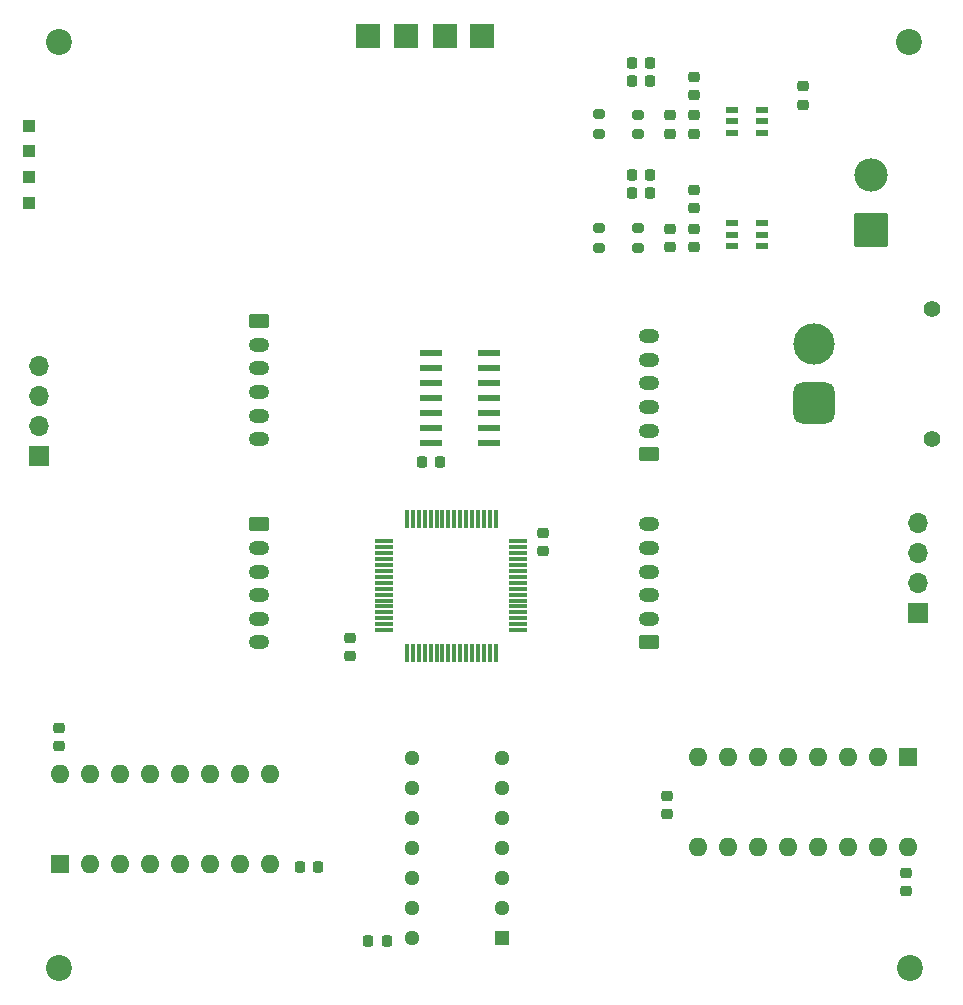
<source format=gbr>
%TF.GenerationSoftware,KiCad,Pcbnew,8.0.6*%
%TF.CreationDate,2025-01-05T12:11:02-05:00*%
%TF.ProjectId,omni-wheel,6f6d6e69-2d77-4686-9565-6c2e6b696361,rev?*%
%TF.SameCoordinates,Original*%
%TF.FileFunction,Soldermask,Top*%
%TF.FilePolarity,Negative*%
%FSLAX46Y46*%
G04 Gerber Fmt 4.6, Leading zero omitted, Abs format (unit mm)*
G04 Created by KiCad (PCBNEW 8.0.6) date 2025-01-05 12:11:02*
%MOMM*%
%LPD*%
G01*
G04 APERTURE LIST*
G04 Aperture macros list*
%AMRoundRect*
0 Rectangle with rounded corners*
0 $1 Rounding radius*
0 $2 $3 $4 $5 $6 $7 $8 $9 X,Y pos of 4 corners*
0 Add a 4 corners polygon primitive as box body*
4,1,4,$2,$3,$4,$5,$6,$7,$8,$9,$2,$3,0*
0 Add four circle primitives for the rounded corners*
1,1,$1+$1,$2,$3*
1,1,$1+$1,$4,$5*
1,1,$1+$1,$6,$7*
1,1,$1+$1,$8,$9*
0 Add four rect primitives between the rounded corners*
20,1,$1+$1,$2,$3,$4,$5,0*
20,1,$1+$1,$4,$5,$6,$7,0*
20,1,$1+$1,$6,$7,$8,$9,0*
20,1,$1+$1,$8,$9,$2,$3,0*%
G04 Aperture macros list end*
%ADD10R,1.050000X0.550000*%
%ADD11RoundRect,0.225000X-0.250000X0.225000X-0.250000X-0.225000X0.250000X-0.225000X0.250000X0.225000X0*%
%ADD12RoundRect,0.225000X-0.225000X-0.250000X0.225000X-0.250000X0.225000X0.250000X-0.225000X0.250000X0*%
%ADD13R,1.000000X1.000000*%
%ADD14RoundRect,0.075000X0.075000X-0.700000X0.075000X0.700000X-0.075000X0.700000X-0.075000X-0.700000X0*%
%ADD15RoundRect,0.075000X0.700000X-0.075000X0.700000X0.075000X-0.700000X0.075000X-0.700000X-0.075000X0*%
%ADD16RoundRect,0.200000X-0.275000X0.200000X-0.275000X-0.200000X0.275000X-0.200000X0.275000X0.200000X0*%
%ADD17RoundRect,0.250000X-0.625000X0.350000X-0.625000X-0.350000X0.625000X-0.350000X0.625000X0.350000X0*%
%ADD18O,1.750000X1.200000*%
%ADD19R,1.700000X1.700000*%
%ADD20O,1.700000X1.700000*%
%ADD21RoundRect,0.225000X0.225000X0.250000X-0.225000X0.250000X-0.225000X-0.250000X0.225000X-0.250000X0*%
%ADD22R,2.000000X2.000000*%
%ADD23R,1.600000X1.600000*%
%ADD24O,1.600000X1.600000*%
%ADD25C,2.200000*%
%ADD26C,1.400000*%
%ADD27RoundRect,0.770000X-0.980000X0.980000X-0.980000X-0.980000X0.980000X-0.980000X0.980000X0.980000X0*%
%ADD28C,3.500000*%
%ADD29RoundRect,0.225000X0.250000X-0.225000X0.250000X0.225000X-0.250000X0.225000X-0.250000X-0.225000X0*%
%ADD30RoundRect,0.250000X0.625000X-0.350000X0.625000X0.350000X-0.625000X0.350000X-0.625000X-0.350000X0*%
%ADD31RoundRect,0.102000X1.312500X-1.312500X1.312500X1.312500X-1.312500X1.312500X-1.312500X-1.312500X0*%
%ADD32C,2.829000*%
%ADD33RoundRect,0.218750X-0.256250X0.218750X-0.256250X-0.218750X0.256250X-0.218750X0.256250X0.218750X0*%
%ADD34RoundRect,0.200000X0.275000X-0.200000X0.275000X0.200000X-0.275000X0.200000X-0.275000X-0.200000X0*%
%ADD35R,1.295400X1.295400*%
%ADD36C,1.295400*%
%ADD37R,1.981200X0.558800*%
G04 APERTURE END LIST*
D10*
%TO.C,IC2*%
X141087499Y-65842499D03*
X141087499Y-64892499D03*
X141087499Y-63942499D03*
X138487499Y-63942499D03*
X138487499Y-64892499D03*
X138487499Y-65842499D03*
%TD*%
%TO.C,IC1*%
X141087500Y-75425003D03*
X141087500Y-74475003D03*
X141087500Y-73525003D03*
X138487500Y-73525003D03*
X138487500Y-74475003D03*
X138487500Y-75425003D03*
%TD*%
D11*
%TO.C,C14*%
X153250000Y-128500000D03*
X153250000Y-130050000D03*
%TD*%
D12*
%TO.C,C8*%
X130012498Y-59937501D03*
X131562498Y-59937501D03*
%TD*%
D13*
%TO.C,J13*%
X78980000Y-69616666D03*
%TD*%
D14*
%TO.C,U3*%
X111000001Y-109880000D03*
X111500000Y-109880000D03*
X112000000Y-109880000D03*
X112500000Y-109880000D03*
X113000000Y-109880000D03*
X113500001Y-109880000D03*
X114000000Y-109880000D03*
X114500000Y-109880000D03*
X115000000Y-109880000D03*
X115500000Y-109880000D03*
X115999999Y-109880000D03*
X116500000Y-109880000D03*
X117000000Y-109880000D03*
X117500000Y-109880000D03*
X118000000Y-109880000D03*
X118499999Y-109880000D03*
D15*
X120425000Y-107954999D03*
X120425000Y-107455000D03*
X120425000Y-106955000D03*
X120425000Y-106455000D03*
X120425000Y-105955000D03*
X120425000Y-105454999D03*
X120425000Y-104955000D03*
X120425000Y-104455000D03*
X120425000Y-103955000D03*
X120425000Y-103455000D03*
X120425000Y-102955001D03*
X120425000Y-102455000D03*
X120425000Y-101955000D03*
X120425000Y-101455000D03*
X120425000Y-100955000D03*
X120425000Y-100455001D03*
D14*
X118499999Y-98530000D03*
X118000000Y-98530000D03*
X117500000Y-98530000D03*
X117000000Y-98530000D03*
X116500000Y-98530000D03*
X115999999Y-98530000D03*
X115500000Y-98530000D03*
X115000000Y-98530000D03*
X114500000Y-98530000D03*
X114000000Y-98530000D03*
X113500001Y-98530000D03*
X113000000Y-98530000D03*
X112500000Y-98530000D03*
X112000000Y-98530000D03*
X111500000Y-98530000D03*
X111000001Y-98530000D03*
D15*
X109075000Y-100455001D03*
X109075000Y-100955000D03*
X109075000Y-101455000D03*
X109075000Y-101955000D03*
X109075000Y-102455000D03*
X109075000Y-102955001D03*
X109075000Y-103455000D03*
X109075000Y-103955000D03*
X109075000Y-104455000D03*
X109075000Y-104955000D03*
X109075000Y-105454999D03*
X109075000Y-105955000D03*
X109075000Y-106455000D03*
X109075000Y-106955000D03*
X109075000Y-107455000D03*
X109075000Y-107954999D03*
%TD*%
D16*
%TO.C,R3*%
X130562499Y-64337501D03*
X130562499Y-65987501D03*
%TD*%
D17*
%TO.C,J4*%
X98500000Y-99000000D03*
D18*
X98500000Y-101000001D03*
X98500000Y-103000000D03*
X98500000Y-105000000D03*
X98500000Y-107000000D03*
X98500000Y-109000000D03*
%TD*%
D19*
%TO.C,J5*%
X79800000Y-93200000D03*
D20*
X79800000Y-90660000D03*
X79800000Y-88120001D03*
X79800000Y-85580000D03*
%TD*%
D19*
%TO.C,J15*%
X154250000Y-106500000D03*
D20*
X154250000Y-103960000D03*
X154250000Y-101420001D03*
X154250000Y-98880000D03*
%TD*%
D11*
%TO.C,C4*%
X133287499Y-73970003D03*
X133287499Y-75520003D03*
%TD*%
D21*
%TO.C,C16*%
X109275000Y-134250000D03*
X107725000Y-134250000D03*
%TD*%
D22*
%TO.C,J11*%
X107700000Y-57650000D03*
%TD*%
%TO.C,J10*%
X110950000Y-57650000D03*
%TD*%
D13*
%TO.C,J14*%
X78980000Y-71800000D03*
%TD*%
D23*
%TO.C,U2*%
X81625001Y-127800000D03*
D24*
X84165001Y-127800000D03*
X86705000Y-127800000D03*
X89245001Y-127800000D03*
X91785001Y-127800000D03*
X94325001Y-127800000D03*
X96865001Y-127800000D03*
X99405002Y-127800000D03*
X99405001Y-120180000D03*
X96865001Y-120180000D03*
X94325001Y-120180000D03*
X91785001Y-120180000D03*
X89245001Y-120180000D03*
X86705001Y-120180000D03*
X84165001Y-120180000D03*
X81625001Y-120180000D03*
%TD*%
D25*
%TO.C,REF\u002A\u002A*%
X153550000Y-136575000D03*
%TD*%
D12*
%TO.C,C10*%
X101950000Y-128000000D03*
X103500000Y-128000000D03*
%TD*%
D26*
%TO.C,J7*%
X155450000Y-80750000D03*
X155450000Y-91750000D03*
D27*
X145450000Y-88750000D03*
D28*
X145450000Y-83750000D03*
%TD*%
D29*
%TO.C,C11*%
X144562500Y-63462499D03*
X144562500Y-61912499D03*
%TD*%
%TO.C,C1*%
X122500000Y-101275000D03*
X122500000Y-99725000D03*
%TD*%
D25*
%TO.C,REF\u002A\u002A*%
X153500000Y-58175000D03*
%TD*%
D13*
%TO.C,J12*%
X78980000Y-67433333D03*
%TD*%
D30*
%TO.C,J6*%
X131500000Y-93070000D03*
D18*
X131500000Y-91069999D03*
X131500000Y-89070000D03*
X131500000Y-87070000D03*
X131500000Y-85070000D03*
X131500000Y-83070000D03*
%TD*%
D31*
%TO.C,SW1*%
X150310000Y-74050000D03*
D32*
X150310001Y-69450000D03*
%TD*%
D22*
%TO.C,J9*%
X114200000Y-57650000D03*
%TD*%
D11*
%TO.C,C9*%
X133287499Y-64387501D03*
X133287499Y-65937501D03*
%TD*%
D33*
%TO.C,L1*%
X135287500Y-70687499D03*
X135287500Y-72262501D03*
%TD*%
D11*
%TO.C,C3*%
X135287501Y-73970000D03*
X135287501Y-75520000D03*
%TD*%
D12*
%TO.C,C6*%
X130012499Y-69437500D03*
X131562499Y-69437500D03*
%TD*%
D13*
%TO.C,J1*%
X78980000Y-65250000D03*
%TD*%
D21*
%TO.C,C5*%
X131562500Y-70937502D03*
X130012500Y-70937502D03*
%TD*%
D25*
%TO.C,REF\u002A\u002A*%
X81500000Y-58175000D03*
%TD*%
D22*
%TO.C,J8*%
X117350000Y-57650000D03*
%TD*%
D34*
%TO.C,R2*%
X127287499Y-75570004D03*
X127287499Y-73920004D03*
%TD*%
D11*
%TO.C,C2*%
X106200000Y-108600000D03*
X106200000Y-110150000D03*
%TD*%
D21*
%TO.C,C7*%
X131562501Y-61437500D03*
X130012501Y-61437500D03*
%TD*%
D16*
%TO.C,R1*%
X130562499Y-73920003D03*
X130562499Y-75570003D03*
%TD*%
D30*
%TO.C,J2*%
X131500000Y-108999999D03*
D18*
X131500000Y-106999998D03*
X131500000Y-104999999D03*
X131500000Y-102999999D03*
X131500000Y-100999999D03*
X131500000Y-98999999D03*
%TD*%
D33*
%TO.C,L2*%
X135287498Y-61105001D03*
X135287498Y-62680003D03*
%TD*%
D29*
%TO.C,C13*%
X81500000Y-117775000D03*
X81500000Y-116225000D03*
%TD*%
D34*
%TO.C,R4*%
X127287498Y-65937502D03*
X127287498Y-64287502D03*
%TD*%
D25*
%TO.C,REF\u002A\u002A*%
X81550000Y-136575000D03*
%TD*%
D35*
%TO.C,U4*%
X119000000Y-134000000D03*
D36*
X119000000Y-131460000D03*
X119000000Y-128920000D03*
X119000000Y-126380000D03*
X119000000Y-123840000D03*
X119000000Y-121300000D03*
X119000000Y-118760000D03*
X111380000Y-118760000D03*
X111380000Y-121300000D03*
X111380000Y-123839999D03*
X111380000Y-126380000D03*
X111380000Y-128920000D03*
X111380000Y-131460000D03*
X111380000Y-134000000D03*
%TD*%
D23*
%TO.C,U1*%
X153375000Y-118700000D03*
D24*
X150835000Y-118700000D03*
X148295001Y-118700000D03*
X145755000Y-118700000D03*
X143215000Y-118700000D03*
X140675000Y-118700000D03*
X138135000Y-118700000D03*
X135594999Y-118700000D03*
X135595000Y-126320000D03*
X138135000Y-126320000D03*
X140675000Y-126320000D03*
X143215000Y-126320000D03*
X145755000Y-126320000D03*
X148295000Y-126320000D03*
X150835000Y-126320000D03*
X153375000Y-126320000D03*
%TD*%
D11*
%TO.C,C15*%
X133000000Y-121975000D03*
X133000000Y-123525000D03*
%TD*%
D17*
%TO.C,J3*%
X98500000Y-81800000D03*
D18*
X98500000Y-83800001D03*
X98500000Y-85800000D03*
X98500000Y-87800000D03*
X98500000Y-89800000D03*
X98500000Y-91800000D03*
%TD*%
D11*
%TO.C,C12*%
X135287499Y-64387500D03*
X135287499Y-65937500D03*
%TD*%
D12*
%TO.C,C17*%
X112225000Y-93750000D03*
X113775000Y-93750000D03*
%TD*%
D37*
%TO.C,U6*%
X117927600Y-92150000D03*
X117927600Y-90880000D03*
X117927600Y-89610000D03*
X117927600Y-88340000D03*
X117927600Y-87070000D03*
X117927600Y-85800000D03*
X117927600Y-84530000D03*
X113000000Y-84530000D03*
X113000000Y-85800000D03*
X113000000Y-87070000D03*
X113000000Y-88340000D03*
X113000000Y-89610000D03*
X113000000Y-90880000D03*
X113000000Y-92150000D03*
%TD*%
M02*

</source>
